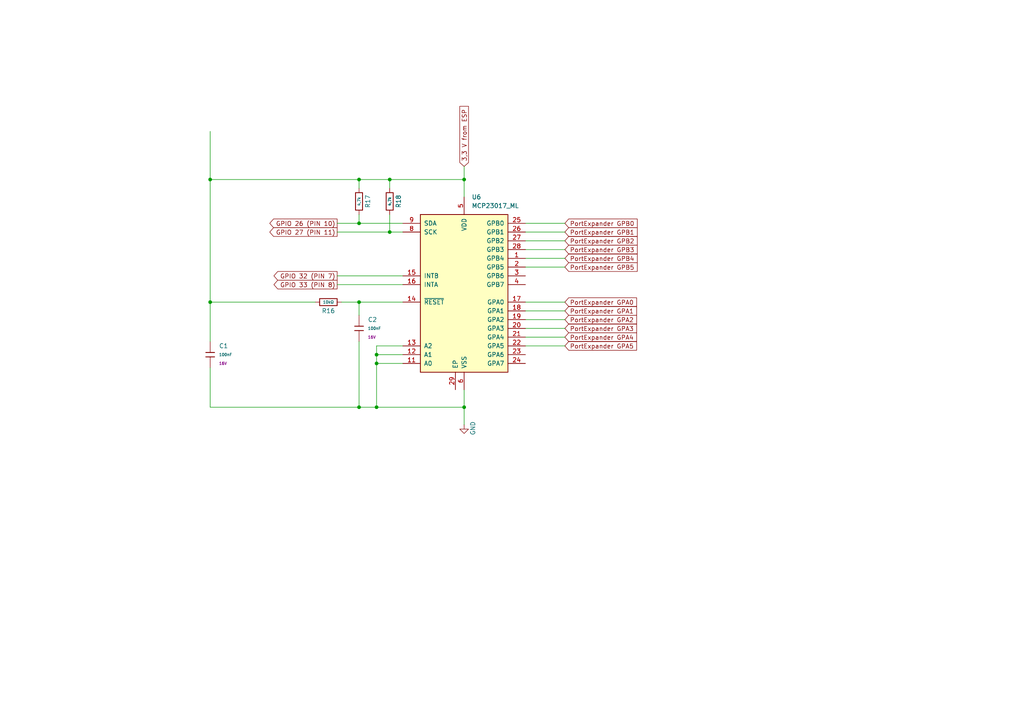
<source format=kicad_sch>
(kicad_sch (version 20250114) (generator "eeschema") (generator_version "9.0")
  (paper "A4")
  (title_block (title "Port Expander") (comment 1 "Subsheet Brake Out Borad") (comment 2 "(c) Norbert Schechner"))
  (lib_symbols
    (symbol "Interface_Expansion:MCP23017_ML" (pin_names (offset 1.016))
      (property "Reference" "U" (at -11.43 24.13 0))
      (property "Value" "MCP23017_ML" (at 0 0 0))
      (symbol "MCP23017_ML_0_1"
        (rectangle (start -12.7 22.86) (end 12.7 -22.86) (stroke (width 0.254)) (fill (type background)))
      )
      (symbol "MCP23017_ML_1_1"
        (pin bidirectional line (at -17.78 20.32 0) (length 5.08) (name "SDA") (number "9"))
        (pin input line (at -17.78 17.78 0) (length 5.08) (name "SCK") (number "8"))
        (pin tri_state line (at -17.78 5.08 0) (length 5.08) (name "INTB") (number "15"))
        (pin tri_state line (at -17.78 2.54 0) (length 5.08) (name "INTA") (number "16"))
        (pin input line (at -17.78 -2.54 0) (length 5.08) (name "~{RESET}") (number "14"))
        (pin input line (at -17.78 -15.24 0) (length 5.08) (name "A2") (number "13"))
        (pin input line (at -17.78 -17.78 0) (length 5.08) (name "A1") (number "12"))
        (pin input line (at -17.78 -20.32 0) (length 5.08) (name "A0") (number "11"))
        (pin no_connect line (at -12.7 15.24 0) (length 5.08) (hide yes) (name "NC") (number "7"))
        (pin no_connect line (at -12.7 12.7 0) (length 5.08) (hide yes) (name "NC") (number "10"))
        (pin passive line (at -2.54 -27.94 90) (length 5.08) (name "EP") (number "29"))
        (pin power_in line (at 0 27.94 270) (length 5.08) (name "VDD") (number "5"))
        (pin power_in line (at 0 -27.94 90) (length 5.08) (name "VSS") (number "6"))
        (pin bidirectional line (at 17.78 20.32 180) (length 5.08) (name "GPB0") (number "25"))
        (pin bidirectional line (at 17.78 17.78 180) (length 5.08) (name "GPB1") (number "26"))
        (pin bidirectional line (at 17.78 15.24 180) (length 5.08) (name "GPB2") (number "27"))
        (pin bidirectional line (at 17.78 12.7 180) (length 5.08) (name "GPB3") (number "28"))
        (pin bidirectional line (at 17.78 10.16 180) (length 5.08) (name "GPB4") (number "1"))
        (pin bidirectional line (at 17.78 7.62 180) (length 5.08) (name "GPB5") (number "2"))
        (pin bidirectional line (at 17.78 5.08 180) (length 5.08) (name "GPB6") (number "3"))
        (pin output line (at 17.78 2.54 180) (length 5.08) (name "GPB7") (number "4"))
        (pin bidirectional line (at 17.78 -2.54 180) (length 5.08) (name "GPA0") (number "17"))
        (pin bidirectional line (at 17.78 -5.08 180) (length 5.08) (name "GPA1") (number "18"))
        (pin bidirectional line (at 17.78 -7.62 180) (length 5.08) (name "GPA2") (number "19"))
        (pin bidirectional line (at 17.78 -10.16 180) (length 5.08) (name "GPA3") (number "20"))
        (pin bidirectional line (at 17.78 -12.7 180) (length 5.08) (name "GPA4") (number "21"))
        (pin bidirectional line (at 17.78 -15.24 180) (length 5.08) (name "GPA5") (number "22"))
        (pin bidirectional line (at 17.78 -17.78 180) (length 5.08) (name "GPA6") (number "23"))
        (pin output line (at 17.78 -20.32 180) (length 5.08) (name "GPA7") (number "24"))
      )
    )
    (symbol "PCM_JLCPCB-Capacitors:0402,100nF" (pin_numbers (hide yes)) (pin_names (offset 0))
      (property "Reference" "C" (at 2.032 1.668 0))
      (property "Value" "100nF" (at 2.032 -0.3782 0))
      (property "Voltage Rated" "16V" (at 2.032 -2.0462 0))
      (symbol "0402,100nF_0_1"
        (polyline (pts (xy -1.27 0.635) (xy 1.27 0.635)) (stroke (width 0.254)))
        (polyline (pts (xy -1.27 -0.635) (xy 1.27 -0.635)) (stroke (width 0.254)))
      )
      (symbol "0402,100nF_1_1"
        (pin passive line (at 0 3.81 270) (length 3.175) (name "~") (number "1"))
        (pin passive line (at 0 -3.81 90) (length 3.175) (name "~") (number "2"))
      )
    )
    (symbol "PCM_JLCPCB-Resistors:0603,10kΩ" (pin_numbers (hide yes)) (pin_names (offset 0))
      (property "Reference" "R" (at 1.778 0 0))
      (property "Value" "10kΩ" (at 0 0 90))
      (symbol "0603,10kΩ_0_1"
        (rectangle (start -1.016 2.54) (end 1.016 -2.54) (stroke (width 0.254)))
      )
      (symbol "0603,10kΩ_1_1"
        (pin passive line (at 0 3.81 270) (length 1.27) (name "~") (number "1"))
        (pin passive line (at 0 -3.81 90) (length 1.27) (name "~") (number "2"))
      )
    )
    (symbol "power:GND" (power) (pin_numbers (hide yes)) (pin_names (offset 0) (hide yes))
      (property "Value" "GND" (at 0 -3.81 0))
      (symbol "GND_0_1"
        (polyline (pts (xy 0 0) (xy 0 -1.27) (xy 1.27 -1.27) (xy 0 -2.54) (xy -1.27 -1.27) (xy 0 -1.27)))
      )
      (symbol "GND_1_1"
        (pin power_in line (at 0 0 270) (length 0) (name "~") (number "1"))
      )
    )
  )
  (junction (at 104.14 118.11))
  (junction (at 109.22 102.87))
  (junction (at 60.96 52.07))
  (junction (at 113.03 67.31))
  (junction (at 60.96 87.63))
  (junction (at 104.14 52.07))
  (junction (at 104.14 64.77))
  (junction (at 109.22 118.11))
  (junction (at 134.62 118.11))
  (junction (at 109.22 105.41))
  (junction (at 113.03 52.07))
  (junction (at 104.14 87.63))
  (junction (at 134.62 52.07))
  (wire (pts (xy 152.4 95.25) (xy 163.83 95.25)))
  (wire (pts (xy 152.4 72.39) (xy 163.83 72.39)))
  (wire (pts (xy 152.4 67.31) (xy 163.83 67.31)))
  (wire (pts (xy 104.14 99.06) (xy 104.14 118.11)))
  (wire (pts (xy 113.03 52.07) (xy 134.62 52.07)))
  (wire (pts (xy 109.22 105.41) (xy 116.84 105.41)))
  (wire (pts (xy 109.22 118.11) (xy 134.62 118.11)))
  (wire (pts (xy 60.96 118.11) (xy 60.96 106.68)))
  (wire (pts (xy 97.79 67.31) (xy 113.03 67.31)))
  (wire (pts (xy 113.03 52.07) (xy 113.03 54.61)))
  (wire (pts (xy 60.96 87.63) (xy 60.96 52.07)))
  (wire (pts (xy 109.22 100.33) (xy 109.22 102.87)))
  (wire (pts (xy 104.14 52.07) (xy 113.03 52.07)))
  (wire (pts (xy 91.44 87.63) (xy 60.96 87.63)))
  (wire (pts (xy 104.14 64.77) (xy 116.84 64.77)))
  (wire (pts (xy 104.14 62.23) (xy 104.14 64.77)))
  (wire (pts (xy 116.84 100.33) (xy 109.22 100.33)))
  (wire (pts (xy 113.03 67.31) (xy 116.84 67.31)))
  (wire (pts (xy 97.79 82.55) (xy 116.84 82.55)))
  (wire (pts (xy 152.4 87.63) (xy 163.83 87.63)))
  (wire (pts (xy 104.14 87.63) (xy 104.14 91.44)))
  (wire (pts (xy 113.03 62.23) (xy 113.03 67.31)))
  (wire (pts (xy 152.4 64.77) (xy 163.83 64.77)))
  (wire (pts (xy 152.4 92.71) (xy 163.83 92.71)))
  (wire (pts (xy 152.4 74.93) (xy 163.83 74.93)))
  (wire (pts (xy 104.14 87.63) (xy 116.84 87.63)))
  (wire (pts (xy 109.22 102.87) (xy 109.22 105.41)))
  (wire (pts (xy 152.4 100.33) (xy 163.83 100.33)))
  (wire (pts (xy 99.06 87.63) (xy 104.14 87.63)))
  (wire (pts (xy 104.14 118.11) (xy 60.96 118.11)))
  (wire (pts (xy 60.96 87.63) (xy 60.96 99.06)))
  (wire (pts (xy 60.96 52.07) (xy 104.14 52.07)))
  (wire (pts (xy 60.96 38.1) (xy 60.96 52.07)))
  (wire (pts (xy 152.4 69.85) (xy 163.83 69.85)))
  (wire (pts (xy 104.14 52.07) (xy 104.14 54.61)))
  (wire (pts (xy 134.62 52.07) (xy 134.62 57.15)))
  (wire (pts (xy 134.62 48.26) (xy 134.62 52.07)))
  (wire (pts (xy 109.22 105.41) (xy 109.22 118.11)))
  (wire (pts (xy 134.62 113.03) (xy 134.62 118.11)))
  (wire (pts (xy 97.79 64.77) (xy 104.14 64.77)))
  (wire (pts (xy 134.62 118.11) (xy 134.62 123.19)))
  (wire (pts (xy 152.4 90.17) (xy 163.83 90.17)))
  (wire (pts (xy 109.22 102.87) (xy 116.84 102.87)))
  (wire (pts (xy 97.79 80.01) (xy 116.84 80.01)))
  (wire (pts (xy 152.4 97.79) (xy 163.83 97.79)))
  (wire (pts (xy 109.22 118.11) (xy 104.14 118.11)))
  (wire (pts (xy 152.4 77.47) (xy 163.83 77.47)))
  (global_label "PortExpander GPB0" (shape input) (at 163.83 64.77 0) (property "Intersheetrefs" "${INTERSHEET_REFS}" (at 185.3811 64.77 0) (effects (justify left))))
  (global_label "PortExpander GPA1" (shape input) (at 163.83 90.17 0) (property "Intersheetrefs" "${INTERSHEET_REFS}" (at 185.1997 90.17 0) (effects (justify left))))
  (global_label "PortExpander GPB3" (shape input) (at 163.83 72.39 0) (property "Intersheetrefs" "${INTERSHEET_REFS}" (at 185.3811 72.39 0) (effects (justify left))))
  (global_label "3,3 V from ESP" (shape input) (at 134.62 48.26 90) (property "Intersheetrefs" "${INTERSHEET_REFS}" (at 134.62 30.2769 90) (effects (justify left))))
  (global_label "PortExpander GPB4" (shape input) (at 163.83 74.93 0) (property "Intersheetrefs" "${INTERSHEET_REFS}" (at 185.3811 74.93 0) (effects (justify left))))
  (global_label "PortExpander GPA2" (shape input) (at 163.83 92.71 0) (property "Intersheetrefs" "${INTERSHEET_REFS}" (at 185.1997 92.71 0) (effects (justify left))))
  (global_label "GPIO 27 (PIN 11)" (shape output) (at 97.79 67.31 180) (property "Intersheetrefs" "${INTERSHEET_REFS}" (at 77.69 67.31 0) (effects (justify right))))
  (global_label "PortExpander GPA4" (shape input) (at 163.83 97.79 0) (property "Intersheetrefs" "${INTERSHEET_REFS}" (at 185.1997 97.79 0) (effects (justify left))))
  (global_label "PortExpander GPA0" (shape input) (at 163.83 87.63 0) (property "Intersheetrefs" "${INTERSHEET_REFS}" (at 185.1997 87.63 0) (effects (justify left))))
  (global_label "PortExpander GPA5" (shape input) (at 163.83 100.33 0) (property "Intersheetrefs" "${INTERSHEET_REFS}" (at 185.1997 100.33 0) (effects (justify left))))
  (global_label "PortExpander GPB1" (shape input) (at 163.83 67.31 0) (property "Intersheetrefs" "${INTERSHEET_REFS}" (at 185.3811 67.31 0) (effects (justify left))))
  (global_label "GPIO 32 (PIN 7)" (shape output) (at 97.79 80.01 180) (property "Intersheetrefs" "${INTERSHEET_REFS}" (at 78.8995 80.01 0) (effects (justify right))))
  (global_label "PortExpander GPB2" (shape input) (at 163.83 69.85 0) (property "Intersheetrefs" "${INTERSHEET_REFS}" (at 185.3811 69.85 0) (effects (justify left))))
  (global_label "PortExpander GPB5" (shape input) (at 163.83 77.47 0) (property "Intersheetrefs" "${INTERSHEET_REFS}" (at 185.3811 77.47 0) (effects (justify left))))
  (global_label "PortExpander GPA3" (shape input) (at 163.83 95.25 0) (property "Intersheetrefs" "${INTERSHEET_REFS}" (at 185.1997 95.25 0) (effects (justify left))))
  (global_label "GPIO 33 (PIN 8)" (shape output) (at 97.79 82.55 180) (property "Intersheetrefs" "${INTERSHEET_REFS}" (at 78.8995 82.55 0) (effects (justify right))))
  (global_label "GPIO 26 (PIN 10)" (shape output) (at 97.79 64.77 180) (property "Intersheetrefs" "${INTERSHEET_REFS}" (at 77.69 64.77 0) (effects (justify right))))
  (symbol (lib_id "PCM_JLCPCB-Resistors:0603,10kΩ") (at 95.25 87.63 90) (unit 1)
    (property "Reference" "R16" (at 95.25 90.17 90))
    (property "Value" "10kΩ" (at 95.25 87.63 90) (effects (font (size 0.8 0.8))))
    (property "Footprint" "PCM_JLCPCB:R_0603" (effects (hide yes)))
    (property "Datasheet" "https://www.lcsc.com/datasheet/lcsc_datasheet_2206010045_UNI-ROYAL-Uniroyal-Elec-0603WAF1002T5E_C25804.pdf" (effects (hide yes)))
    (property "Description" "100mW Thick Film Resistors 75V ±100ppm/°C ±1% 10kΩ 0603 Chip Resistor - Surface Mount ROHS" (effects (hide yes)))
    (property "LCSC" "C25804" (effects (hide yes)))
    (property "Stock" "32886312" (effects (hide yes)))
    (property "Price" "0.004USD" (effects (hide yes)))
    (property "Process" "SMT" (effects (hide yes)))
    (property "Minimum Qty" "20" (effects (hide yes)))
    (property "Attrition Qty" "10" (effects (hide yes)))
    (property "Class" "Basic Component" (effects (hide yes)))
    (property "Category" "Resistors,Chip Resistor - Surface Mount" (effects (hide yes)))
    (property "Manufacturer" "UNI-ROYAL(Uniroyal Elec)" (effects (hide yes)))
    (property "Part" "0603WAF1002T5E" (effects (hide yes)))
    (property "Resistance" "10kΩ" (effects (hide yes)))
    (property "Power(Watts)" "100mW" (effects (hide yes)))
    (property "Type" "Thick Film Resistors" (effects (hide yes)))
    (property "Overload Voltage (Max)" "75V" (effects (hide yes)))
    (property "Operating Temperature Range" "-55°C~+155°C" (effects (hide yes)))
    (property "Tolerance" "±1%" (effects (hide yes)))
    (property "Temperature Coefficient" "±100ppm/°C" (effects (hide yes)))
  )
  (symbol (lib_id "PCM_JLCPCB-Resistors:0603,10kΩ") (at 113.03 58.42 180) (unit 1)
    (property "Reference" "R18" (at 115.57 58.42 90))
    (property "Value" "4,7k" (at 113.03 58.42 90) (effects (font (size 0.8 0.8))))
    (property "Footprint" "PCM_JLCPCB:R_0603" (effects (hide yes)))
    (property "Datasheet" "https://www.lcsc.com/datasheet/lcsc_datasheet_2206010045_UNI-ROYAL-Uniroyal-Elec-0603WAF1002T5E_C25804.pdf" (effects (hide yes)))
    (property "Description" "100mW Thick Film Resistors 75V ±100ppm/°C ±1% 10kΩ 0603 Chip Resistor - Surface Mount ROHS" (effects (hide yes)))
    (property "LCSC" "C25804" (effects (hide yes)))
    (property "Stock" "32886312" (effects (hide yes)))
    (property "Price" "0.004USD" (effects (hide yes)))
    (property "Process" "SMT" (effects (hide yes)))
    (property "Minimum Qty" "20" (effects (hide yes)))
    (property "Attrition Qty" "10" (effects (hide yes)))
    (property "Class" "Basic Component" (effects (hide yes)))
    (property "Category" "Resistors,Chip Resistor - Surface Mount" (effects (hide yes)))
    (property "Manufacturer" "UNI-ROYAL(Uniroyal Elec)" (effects (hide yes)))
    (property "Part" "0603WAF1002T5E" (effects (hide yes)))
    (property "Resistance" "10kΩ" (effects (hide yes)))
    (property "Power(Watts)" "100mW" (effects (hide yes)))
    (property "Type" "Thick Film Resistors" (effects (hide yes)))
    (property "Overload Voltage (Max)" "75V" (effects (hide yes)))
    (property "Operating Temperature Range" "-55°C~+155°C" (effects (hide yes)))
    (property "Tolerance" "±1%" (effects (hide yes)))
    (property "Temperature Coefficient" "±100ppm/°C" (effects (hide yes)))
  )
  (symbol (lib_id "PCM_JLCPCB-Capacitors:0402,100nF") (at 104.14 95.25 180) (unit 1)
    (property "Reference" "C2" (at 106.68 92.7099 0) (effects (justify right)))
    (property "Value" "100nF" (at 106.68 95.25 0) (effects (font (size 0.8 0.8)) (justify right)))
    (property "Footprint" "PCM_JLCPCB:C_0402" (effects (hide yes)))
    (property "Datasheet" "https://www.lcsc.com/datasheet/lcsc_datasheet_2304140030_Samsung-Electro-Mechanics-CL05B104KO5NNNC_C1525.pdf" (effects (hide yes)))
    (property "Description" "16V 100nF X7R ±10% 0402 Multilayer Ceramic Capacitors MLCC - SMD/SMT ROHS" (effects (hide yes)))
    (property "LCSC" "C1525" (effects (hide yes)))
    (property "Stock" "22591671" (effects (hide yes)))
    (property "Price" "0.004USD" (effects (hide yes)))
    (property "Process" "SMT" (effects (hide yes)))
    (property "Minimum Qty" "20" (effects (hide yes)))
    (property "Attrition Qty" "10" (effects (hide yes)))
    (property "Class" "Basic Component" (effects (hide yes)))
    (property "Category" "Capacitors,Multilayer Ceramic Capacitors MLCC - SMD/SMT" (effects (hide yes)))
    (property "Manufacturer" "Samsung Electro-Mechanics" (effects (hide yes)))
    (property "Part" "CL05B104KO5NNNC" (effects (hide yes)))
    (property "Voltage Rated" "16V" (at 106.68 97.79 0) (effects (font (size 0.8 0.8)) (justify right)))
    (property "Tolerance" "±10%" (effects (hide yes)))
    (property "Capacitance" "100nF" (effects (hide yes)))
    (property "Temperature Coefficient" "X7R" (effects (hide yes)))
  )
  (symbol (lib_id "PCM_JLCPCB-Capacitors:0402,100nF") (at 60.96 102.87 0) (unit 1)
    (property "Reference" "C1" (at 63.5 100.3299 0) (effects (justify left)))
    (property "Value" "100nF" (at 63.5 102.87 0) (effects (font (size 0.8 0.8)) (justify left)))
    (property "Footprint" "PCM_JLCPCB:C_0402" (effects (hide yes)))
    (property "Datasheet" "https://www.lcsc.com/datasheet/lcsc_datasheet_2304140030_Samsung-Electro-Mechanics-CL05B104KO5NNNC_C1525.pdf" (effects (hide yes)))
    (property "Description" "16V 100nF X7R ±10% 0402 Multilayer Ceramic Capacitors MLCC - SMD/SMT ROHS" (effects (hide yes)))
    (property "LCSC" "C1525" (effects (hide yes)))
    (property "Stock" "22591671" (effects (hide yes)))
    (property "Price" "0.004USD" (effects (hide yes)))
    (property "Process" "SMT" (effects (hide yes)))
    (property "Minimum Qty" "20" (effects (hide yes)))
    (property "Attrition Qty" "10" (effects (hide yes)))
    (property "Class" "Basic Component" (effects (hide yes)))
    (property "Category" "Capacitors,Multilayer Ceramic Capacitors MLCC - SMD/SMT" (effects (hide yes)))
    (property "Manufacturer" "Samsung Electro-Mechanics" (effects (hide yes)))
    (property "Part" "CL05B104KO5NNNC" (effects (hide yes)))
    (property "Voltage Rated" "16V" (at 63.5 105.41 0) (effects (font (size 0.8 0.8)) (justify left)))
    (property "Tolerance" "±10%" (effects (hide yes)))
    (property "Capacitance" "100nF" (effects (hide yes)))
    (property "Temperature Coefficient" "X7R" (effects (hide yes)))
  )
  (symbol (lib_id "Interface_Expansion:MCP23017_ML") (at 134.62 85.09 0) (unit 1)
    (property "Reference" "U6" (at 136.8141 57.15 0) (effects (justify left)))
    (property "Value" "MCP23017_ML" (at 136.8141 59.69 0) (effects (justify left)))
    (property "Footprint" "Package_DFN_QFN:QFN-28-1EP_6x6mm_P0.65mm_EP4.25x4.25mm" (effects (hide yes)))
    (property "Datasheet" "https://ww1.microchip.com/downloads/aemDocuments/documents/APID/ProductDocuments/DataSheets/MCP23017-Data-Sheet-DS20001952.pdf" (effects (hide yes)))
    (property "Description" "16-bit I/O expander, I2C, interrupts, w pull-ups, GPA/B7 output only (https://microchip.my.site.com/s/article/GPA7---GPB7-Cannot-Be-Used-as-Inputs-In-MCP23017), QFN-28" (effects (hide yes)))
  )
  (symbol (lib_id "power:GND") (at 134.62 123.19 0) (unit 1)
    (property "Reference" "#PWR15" (effects (hide yes)))
    (property "Value" "GND" (at 137.16 122.174 90) (effects (justify right)))
    (property "Description" "Power symbol creates a global label with name \"GND\" , ground" (effects (hide yes)))
  )
  (symbol (lib_id "PCM_JLCPCB-Resistors:0603,10kΩ") (at 104.14 58.42 180) (unit 1)
    (property "Reference" "R17" (at 106.68 58.42 90))
    (property "Value" "4,7k" (at 104.14 58.42 90) (effects (font (size 0.8 0.8))))
    (property "Footprint" "PCM_JLCPCB:R_0603" (effects (hide yes)))
    (property "Datasheet" "https://www.lcsc.com/datasheet/lcsc_datasheet_2206010045_UNI-ROYAL-Uniroyal-Elec-0603WAF1002T5E_C25804.pdf" (effects (hide yes)))
    (property "Description" "100mW Thick Film Resistors 75V ±100ppm/°C ±1% 10kΩ 0603 Chip Resistor - Surface Mount ROHS" (effects (hide yes)))
    (property "LCSC" "C25804" (effects (hide yes)))
    (property "Stock" "32886312" (effects (hide yes)))
    (property "Price" "0.004USD" (effects (hide yes)))
    (property "Process" "SMT" (effects (hide yes)))
    (property "Minimum Qty" "20" (effects (hide yes)))
    (property "Attrition Qty" "10" (effects (hide yes)))
    (property "Class" "Basic Component" (effects (hide yes)))
    (property "Category" "Resistors,Chip Resistor - Surface Mount" (effects (hide yes)))
    (property "Manufacturer" "UNI-ROYAL(Uniroyal Elec)" (effects (hide yes)))
    (property "Part" "0603WAF1002T5E" (effects (hide yes)))
    (property "Resistance" "10kΩ" (effects (hide yes)))
    (property "Power(Watts)" "100mW" (effects (hide yes)))
    (property "Type" "Thick Film Resistors" (effects (hide yes)))
    (property "Overload Voltage (Max)" "75V" (effects (hide yes)))
    (property "Operating Temperature Range" "-55°C~+155°C" (effects (hide yes)))
    (property "Tolerance" "±1%" (effects (hide yes)))
    (property "Temperature Coefficient" "±100ppm/°C" (effects (hide yes)))
  )
)
</source>
